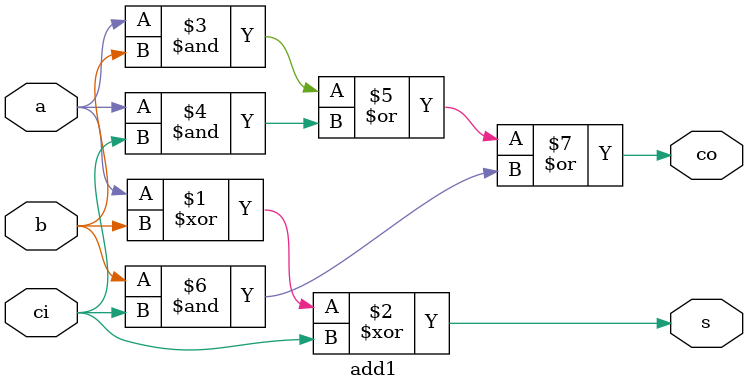
<source format=v>
`timescale 1ns / 1ps
module add1(
    input a,
    input b,
    input ci,
    output s,
    output co
    );

assign s = a ^ b ^ ci;
assign co = (a & b) | (a & ci) | (b & ci);
endmodule

</source>
